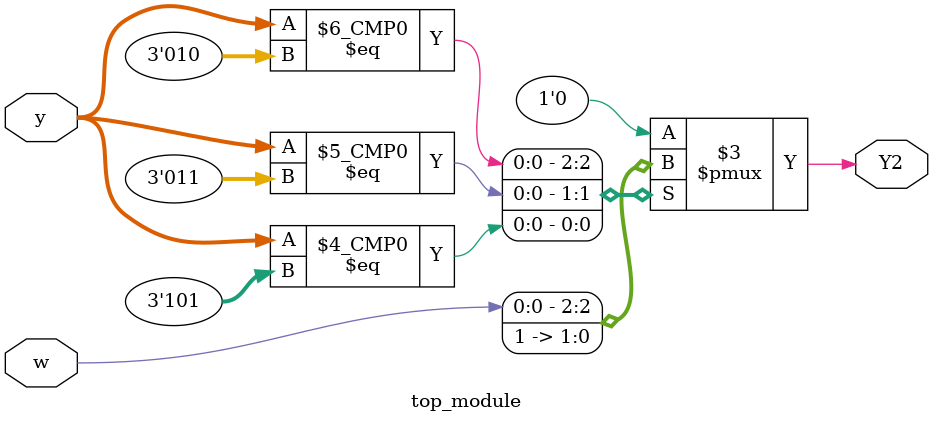
<source format=sv>
module top_module(
    input [3:1] y,
    input w,
    output reg Y2);
  
  always @(*) begin
    case (y)
      3'b000: Y2 = 0;
      3'b001: Y2 = 0;
      3'b010: Y2 = w;
      3'b011: Y2 = 1;
      3'b100: Y2 = 0;
      3'b101: Y2 = 1;
      default: Y2 = 0;
    endcase
  end

endmodule

</source>
